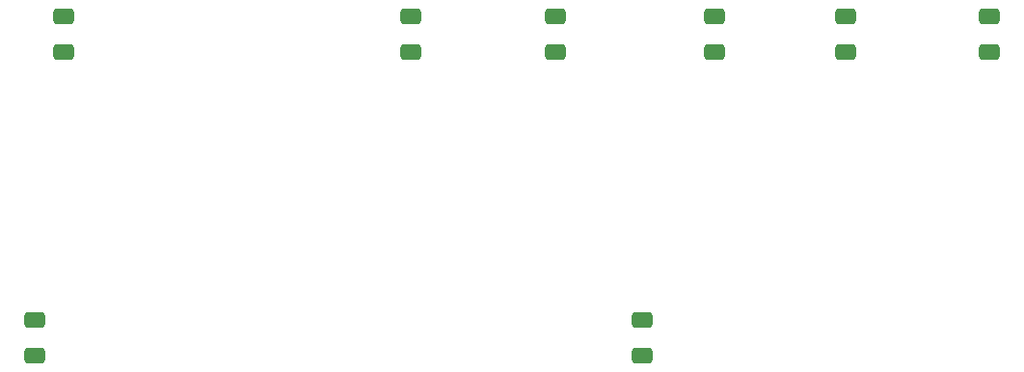
<source format=gbr>
%TF.GenerationSoftware,KiCad,Pcbnew,7.0.10*%
%TF.CreationDate,2024-03-07T11:58:06+00:00*%
%TF.ProjectId,v0a,7630612e-6b69-4636-9164-5f7063625858,rev?*%
%TF.SameCoordinates,Original*%
%TF.FileFunction,Paste,Bot*%
%TF.FilePolarity,Positive*%
%FSLAX46Y46*%
G04 Gerber Fmt 4.6, Leading zero omitted, Abs format (unit mm)*
G04 Created by KiCad (PCBNEW 7.0.10) date 2024-03-07 11:58:06*
%MOMM*%
%LPD*%
G01*
G04 APERTURE LIST*
G04 Aperture macros list*
%AMRoundRect*
0 Rectangle with rounded corners*
0 $1 Rounding radius*
0 $2 $3 $4 $5 $6 $7 $8 $9 X,Y pos of 4 corners*
0 Add a 4 corners polygon primitive as box body*
4,1,4,$2,$3,$4,$5,$6,$7,$8,$9,$2,$3,0*
0 Add four circle primitives for the rounded corners*
1,1,$1+$1,$2,$3*
1,1,$1+$1,$4,$5*
1,1,$1+$1,$6,$7*
1,1,$1+$1,$8,$9*
0 Add four rect primitives between the rounded corners*
20,1,$1+$1,$2,$3,$4,$5,0*
20,1,$1+$1,$4,$5,$6,$7,0*
20,1,$1+$1,$6,$7,$8,$9,0*
20,1,$1+$1,$8,$9,$2,$3,0*%
G04 Aperture macros list end*
%ADD10RoundRect,0.250000X0.650000X-0.412500X0.650000X0.412500X-0.650000X0.412500X-0.650000X-0.412500X0*%
G04 APERTURE END LIST*
D10*
%TO.C,C8*%
X34290000Y-39955000D03*
X34290000Y-36830000D03*
%TD*%
%TO.C,C3*%
X77470000Y-39955000D03*
X77470000Y-36830000D03*
%TD*%
%TO.C,C16*%
X64770000Y-39955000D03*
X64770000Y-36830000D03*
%TD*%
%TO.C,C9*%
X115570000Y-39955000D03*
X115570000Y-36830000D03*
%TD*%
%TO.C,C6*%
X91440000Y-39955000D03*
X91440000Y-36830000D03*
%TD*%
%TO.C,C5*%
X85090000Y-66625000D03*
X85090000Y-63500000D03*
%TD*%
%TO.C,C4*%
X31750000Y-66625000D03*
X31750000Y-63500000D03*
%TD*%
%TO.C,C7*%
X103000000Y-39955000D03*
X103000000Y-36830000D03*
%TD*%
M02*

</source>
